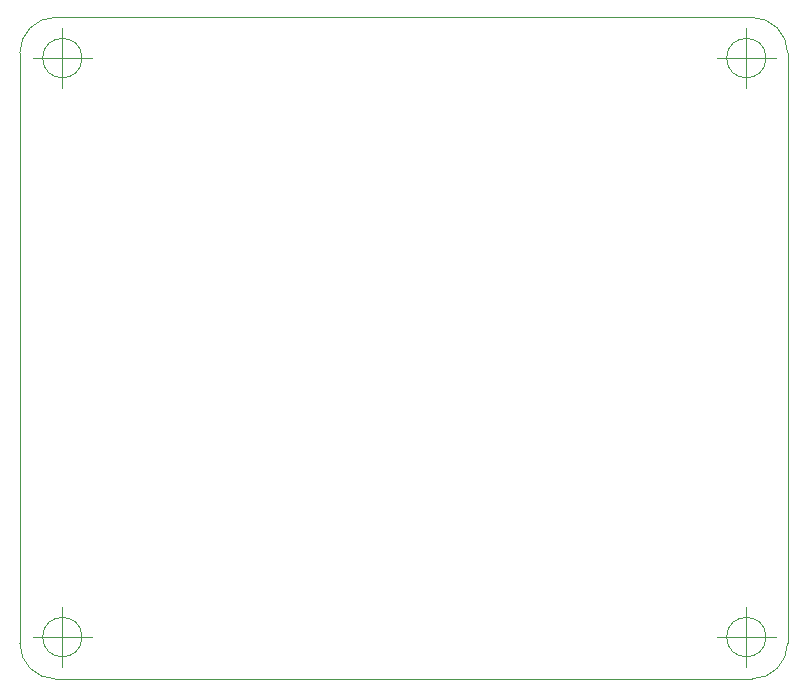
<source format=gbr>
G04 #@! TF.GenerationSoftware,KiCad,Pcbnew,(6.0.9)*
G04 #@! TF.CreationDate,2022-12-13T15:48:36+03:00*
G04 #@! TF.ProjectId,smuHAT,736d7548-4154-42e6-9b69-6361645f7063,2.2*
G04 #@! TF.SameCoordinates,Original*
G04 #@! TF.FileFunction,Profile,NP*
%FSLAX46Y46*%
G04 Gerber Fmt 4.6, Leading zero omitted, Abs format (unit mm)*
G04 Created by KiCad (PCBNEW (6.0.9)) date 2022-12-13 15:48:36*
%MOMM*%
%LPD*%
G01*
G04 APERTURE LIST*
G04 #@! TA.AperFunction,Profile*
%ADD10C,0.100000*%
G04 #@! TD*
G04 APERTURE END LIST*
D10*
X114000000Y-125000000D02*
G75*
G03*
X117000000Y-128000000I3000000J0D01*
G01*
X117000000Y-72000000D02*
G75*
G03*
X114000000Y-75000000I0J-3000000D01*
G01*
X179000000Y-75000000D02*
G75*
G03*
X176000000Y-72000000I-3000000J0D01*
G01*
X176000000Y-128000000D02*
G75*
G03*
X179000000Y-125000000I0J3000000D01*
G01*
X114000000Y-75000000D02*
X114000000Y-125000000D01*
X179000000Y-75000000D02*
X179000000Y-125000000D01*
X176000000Y-128000000D02*
X117000000Y-128000000D01*
X176000000Y-72000000D02*
X117000000Y-72000000D01*
X119268666Y-124460000D02*
G75*
G03*
X119268666Y-124460000I-1666666J0D01*
G01*
X115102000Y-124460000D02*
X120102000Y-124460000D01*
X117602000Y-121960000D02*
X117602000Y-126960000D01*
X119268666Y-75438000D02*
G75*
G03*
X119268666Y-75438000I-1666666J0D01*
G01*
X115102000Y-75438000D02*
X120102000Y-75438000D01*
X117602000Y-72938000D02*
X117602000Y-77938000D01*
X177180666Y-75438000D02*
G75*
G03*
X177180666Y-75438000I-1666666J0D01*
G01*
X173014000Y-75438000D02*
X178014000Y-75438000D01*
X175514000Y-72938000D02*
X175514000Y-77938000D01*
X177180666Y-124460000D02*
G75*
G03*
X177180666Y-124460000I-1666666J0D01*
G01*
X173014000Y-124460000D02*
X178014000Y-124460000D01*
X175514000Y-121960000D02*
X175514000Y-126960000D01*
M02*

</source>
